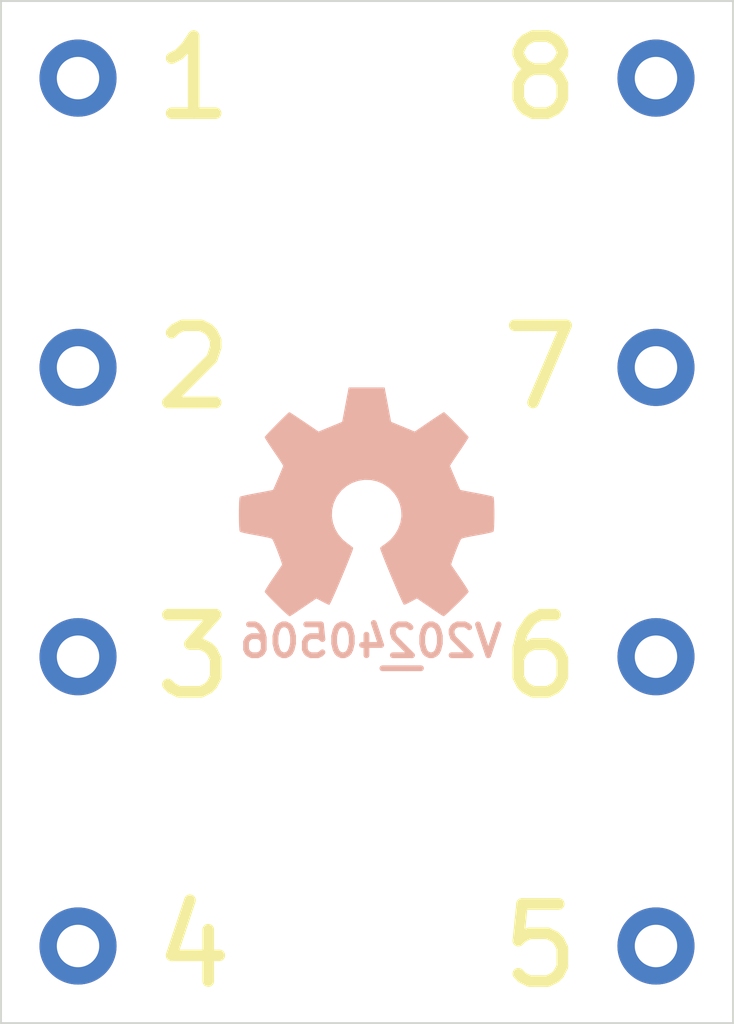
<source format=kicad_pcb>
(kicad_pcb (version 20221018) (generator pcbnew)
  (layers (0 "F.Cu" mixed) (31 "B.Cu" mixed) (34 "B.Paste" user) (35 "F.Paste" user) (36 "B.SilkS" user "B.Silkscreen") (37 "F.SilkS" user "F.Silkscreen") (38 "B.Mask" user) (39 "F.Mask" user) (44 "Edge.Cuts" user))
  (net 0 "")
  (net 1 "Net-(J1-Pin_1)")
  (footprint "mill-max:PC_pin_nail_head_6092" (layer "F.Cu") (at 142.5 62.5)
    (fp_text reference "J1")
    (fp_text value "1" (at 3 0) (layer "F.SilkS") (effects (font (size 2 2) (thickness 0.3))))
    (pad "1" thru_hole circle locked (at 0 0) (size 2 2) (drill 1.1) (layers "*.Cu" "*.Mask") (net 1 "Net-(J1-Pin_1)"))
  )
  (footprint "mill-max:PC_pin_nail_head_6092" (layer "F.Cu") (at 142.5 70)
    (fp_text reference "J2")
    (fp_text value "2" (at 3 0) (layer "F.SilkS") (effects (font (size 2 2) (thickness 0.3))))
    (pad "1" thru_hole circle locked (at 0 0) (size 2 2) (drill 1.1) (layers "*.Cu" "*.Mask") (net 1 "Net-(J1-Pin_1)"))
  )
  (footprint "mill-max:PC_pin_nail_head_6092" (layer "F.Cu") (at 142.5 77.5)
    (fp_text reference "J3")
    (fp_text value "3" (at 3 0) (layer "F.SilkS") (effects (font (size 2 2) (thickness 0.3))))
    (pad "1" thru_hole circle locked (at 0 0) (size 2 2) (drill 1.1) (layers "*.Cu" "*.Mask") (net 1 "Net-(J1-Pin_1)"))
  )
  (footprint "mill-max:PC_pin_nail_head_6092" (layer "F.Cu") (at 157.5 85)
    (fp_text reference "J5")
    (fp_text value "5" (at -3 0) (layer "F.SilkS") (effects (font (size 2 2) (thickness 0.3))))
    (pad "1" thru_hole circle locked (at 0 0) (size 2 2) (drill 1.1) (layers "*.Cu" "*.Mask") (net 1 "Net-(J1-Pin_1)"))
  )
  (footprint "mill-max:PC_pin_nail_head_6092" (layer "F.Cu") (at 157.5 77.5)
    (fp_text reference "J6")
    (fp_text value "6" (at -3 0) (layer "F.SilkS") (effects (font (size 2 2) (thickness 0.3))))
    (pad "1" thru_hole circle locked (at 0 0) (size 2 2) (drill 1.1) (layers "*.Cu" "*.Mask") (net 1 "Net-(J1-Pin_1)"))
  )
  (footprint "mill-max:PC_pin_nail_head_6092" (layer "F.Cu") (at 142.5 85 180)
    (fp_text reference "J4")
    (fp_text value "4" (at -3 0) (layer "F.SilkS") (effects (font (size 2 2) (thickness 0.3))))
    (pad "1" thru_hole circle locked (at 0 0 180) (size 2 2) (drill 1.1) (layers "*.Cu" "*.Mask") (net 1 "Net-(J1-Pin_1)"))
  )
  (footprint "mill-max:PC_pin_nail_head_6092" (layer "F.Cu") (at 157.5 62.5)
    (fp_text reference "J8")
    (fp_text value "8" (at -3 0) (layer "F.SilkS") (effects (font (size 2 2) (thickness 0.3))))
    (pad "1" thru_hole circle locked (at 0 0) (size 2 2) (drill 1.1) (layers "*.Cu" "*.Mask") (net 1 "Net-(J1-Pin_1)"))
  )
  (footprint "mill-max:PC_pin_nail_head_6092" (layer "F.Cu") (at 157.5 70)
    (fp_text reference "J7")
    (fp_text value "7" (at -3 0) (layer "F.SilkS") (effects (font (size 2 2) (thickness 0.3))))
    (pad "1" thru_hole circle locked (at 0 0) (size 2 2) (drill 1.1) (layers "*.Cu" "*.Mask") (net 1 "Net-(J1-Pin_1)"))
  )
  (footprint "Symbol:OSHW-Symbol_6.7x6mm_SilkScreen" (layer "B.Cu") (at 150 73.5 180)
    (fp_text reference "N2" hide)
    (fp_text value "OHWLOGO" hide)
    (fp_poly (pts (xy 0.555814 2.531069) (xy 0.639635 2.086445) (xy 0.94892 1.958947) (xy 1.258206 1.831449) (xy 1.629246 2.083754) (xy 1.733157 2.154004) (xy 1.827087 2.216728) (xy 1.906652 2.269062) (xy 1.96747 2.308143) (xy 2.005157 2.331107) (xy 2.015421 2.336058) (xy 2.03391 2.323324) (xy 2.07342 2.288118) (xy 2.129522 2.234938) (xy 2.197787 2.168282) (xy 2.273786 2.092646) (xy 2.353092 2.012528) (xy 2.431275 1.932426) (xy 2.503907 1.856836) (xy 2.566559 1.790255) (xy 2.614803 1.737182) (xy 2.64421 1.702113) (xy 2.651241 1.690377) (xy 2.641123 1.66874) (xy 2.612759 1.621338) (xy 2.569129 1.552807) (xy 2.513218 1.467785) (xy 2.448006 1.370907) (xy 2.410219 1.31565) (xy 2.341343 1.214752) (xy 2.28014 1.123701) (xy 2.229578 1.04703) (xy 2.192628 0.989272) (xy 2.172258 0.954957) (xy 2.169197 0.947746) (xy 2.176136 0.927252) (xy 2.195051 0.879487) (xy 2.223087 0.811168) (xy 2.257391 0.729011) (xy 2.295109 0.63973) (xy 2.333387 0.550042) (xy 2.36937 0.466662) (xy 2.400206 0.396306) (xy 2.423039 0.34569) (xy 2.435017 0.321529) (xy 2.435724 0.320578) (xy 2.454531 0.315964) (xy 2.504618 0.305672) (xy 2.580793 0.290713) (xy 2.677865 0.272099) (xy 2.790643 0.250841) (xy 2.856442 0.238582) (xy 2.97695 0.215638) (xy 3.085797 0.193805) (xy 3.177476 0.174278) (xy 3.246481 0.158252) (xy 3.287304 0.146921) (xy 3.295511 0.143326) (xy 3.303548 0.118994) (xy 3.310033 0.064041) (xy 3.31497 -0.015108) (xy 3.318364 -0.112026) (xy 3.320218 -0.220287) (xy 3.320538 -0.333465) (xy 3.319327 -0.445135) (xy 3.31659 -0.548868) (xy 3.312331 -0.638241) (xy 3.306555 -0.706826) (xy 3.299267 -0.748197) (xy 3.294895 -0.75681) (xy 3.268764 -0.767133) (xy 3.213393 -0.781892) (xy 3.136107 -0.799352) (xy 3.04423 -0.81778) (xy 3.012158 -0.823741) (xy 2.857524 -0.852066) (xy 2.735375 -0.874876) (xy 2.641673 -0.89308) (xy 2.572384 -0.907583) (xy 2.523471 -0.919292) (xy 2.490897 -0.929115) (xy 2.470628 -0.937956) (xy 2.458626 -0.946724) (xy 2.456947 -0.948457) (xy 2.440184 -0.976371) (xy 2.414614 -1.030695) (xy 2.382788 -1.104777) (xy 2.34726 -1.191965) (xy 2.310583 -1.285608) (xy 2.275311 -1.379052) (xy 2.243996 -1.465647) (xy 2.219193 -1.53874) (xy 2.203454 -1.591678) (xy 2.199332 -1.617811) (xy 2.199676 -1.618726) (xy 2.213641 -1.640086) (xy 2.245322 -1.687084) (xy 2.291391 -1.754827) (xy 2.348518 -1.838423) (xy 2.413373 -1.932982) (xy 2.431843 -1.959854) (xy 2.497699 -2.057275) (xy 2.55565 -2.146163) (xy 2.602538 -2.221412) (xy 2.635207 -2.27792) (xy 2.6505 -2.310581) (xy 2.651241 -2.314593) (xy 2.638392 -2.335684) (xy 2.602888 -2.377464) (xy 2.549293 -2.435445) (xy 2.482171 -2.505135) (xy 2.406087 -2.582045) (xy 2.325604 -2.661683) (xy 2.245287 -2.739561) (xy 2.169699 -2.811186) (xy 2.103405 -2.87207) (xy 2.050969 -2.917721) (xy 2.016955 -2.94365) (xy 2.007545 -2.947883) (xy 1.985643 -2.937912) (xy 1.9408 -2.91102) (xy 1.880321 -2.871736) (xy 1.833789 -2.840117) (xy 1.749475 -2.782098) (xy 1.649626 -2.713784) (xy 1.549473 -2.645579) (xy 1.495627 -2.609075) (xy 1.313371 -2.4858) (xy 1.160381 -2.56852) (xy 1.090682 -2.604759) (xy 1.031414 -2.632926) (xy 0.991311 -2.648991) (xy 0.981103 -2.651226) (xy 0.968829 -2.634722) (xy 0.944613 -2.588082) (xy 0.910263 -2.515609) (xy 0.867588 -2.421606) (xy 0.818394 -2.310374) (xy 0.76449 -2.186215) (xy 0.707684 -2.053432) (xy 0.649782 -1.916327) (xy 0.592593 -1.779202) (xy 0.537924 -1.646358) (xy 0.487584 -1.522098) (xy 0.44338 -1.410725) (xy 0.407119 -1.316539) (xy 0.380609 -1.243844) (xy 0.365658 -1.196941) (xy 0.363254 -1.180833) (xy 0.382311 -1.160286) (xy 0.424036 -1.126933) (xy 0.479706 -1.087702) (xy 0.484378 -1.084599) (xy 0.628264 -0.969423) (xy 0.744283 -0.835053) (xy 0.83143 -0.685784) (xy 0.888699 -0.525913) (xy 0.915086 -0.359737) (xy 0.909585 -0.191552) (xy 0.87119 -0.025655) (xy 0.798895 0.133658) (xy 0.777626 0.168513) (xy 0.666996 0.309263) (xy 0.536302 0.422286) (xy 0.390064 0.506997) (xy 0.232808 0.562806) (xy 0.069057 0.589126) (xy -0.096667 0.58537) (xy -0.259838 0.55095) (xy -0.415935 0.485277) (xy -0.560433 0.387765) (xy -0.605131 0.348187) (xy -0.718888 0.224297) (xy -0.801782 0.093876) (xy -0.858644 -0.052315) (xy -0.890313 -0.197088) (xy -0.898131 -0.35986) (xy -0.872062 -0.52344) (xy -0.814755 -0.682298) (xy -0.728856 -0.830906) (xy -0.617014 -0.963735) (xy -0.481877 -1.075256) (xy -0.464117 -1.087011) (xy -0.40785 -1.125508) (xy -0.365077 -1.158863) (xy -0.344628 -1.18016) (xy -0.344331 -1.180833) (xy -0.348721 -1.203871) (xy -0.366124 -1.256157) (xy -0.394732 -1.33339) (xy -0.432735 -1.431268) (xy -0.478326 -1.545491) (xy -0.529697 -1.671758) (xy -0.585038 -1.805767) (xy -0.642542 -1.943218) (xy -0.700399 -2.079808) (xy -0.756802 -2.211237) (xy -0.809942 -2.333205) (xy -0.85801 -2.441409) (xy -0.899199 -2.531549) (xy -0.931699 -2.599323) (xy -0.953703 -2.64043) (xy -0.962564 -2.651226) (xy -0.98964 -2.642819) (xy -1.040303 -2.620272) (xy -1.105817 -2.587613) (xy -1.141841 -2.56852) (xy -1.294832 -2.4858) (xy -1.477088 -2.609075) (xy -1.570125 -2.672228) (xy -1.671985 -2.741727) (xy -1.767438 -2.807165) (xy -1.81525 -2.840117) (xy -1.882495 -2.885273) (xy -1.939436 -2.921057) (xy -1.978646 -2.942938) (xy -1.991381 -2.947563) (xy -2.009917 -2.935085) (xy -2.050941 -2.900252) (xy -2.110475 -2.846678) (xy -2.184542 -2.777983) (xy -2.269165 -2.697781) (xy -2.322685 -2.646286) (xy -2.416319 -2.554286) (xy -2.497241 -2.471999) (xy -2.562177 -2.402945) (xy -2.607858 -2.350644) (xy -2.631011 -2.318616) (xy -2.633232 -2.312116) (xy -2.622924 -2.287394) (xy -2.594439 -2.237405) (xy -2.550937 -2.167212) (xy -2.495577 -2.081875) (xy -2.43152 -1.986456) (xy -2.413303 -1.959854) (xy -2.346927 -1.863167) (xy -2.287378 -1.776117) (xy -2.237984 -1.703595) (xy -2.202075 -1.650493) (xy -2.182981 -1.621703) (xy -2.181136 -1.618726) (xy -2.183895 -1.595782) (xy -2.198538 -1.545336) (xy -2.222513 -1.474041) (xy -2.253266 -1.388547) (xy -2.288244 -1.295507) (xy -2.324893 -1.201574) (xy -2.360661 -1.113399) (xy -2.392994 -1.037634) (xy -2.419338 -0.980931) (xy -2.437142 -0.949943) (xy -2.438407 -0.948457) (xy -2.449294 -0.939601) (xy -2.467682 -0.930843) (xy -2.497606 -0.921277) (xy -2.543103 -0.909996) (xy -2.608209 -0.896093) (xy -2.696961 -0.878663) (xy -2.813393 -0.856798) (xy -2.961542 -0.829591) (xy -2.993618 -0.823741) (xy -3.088686 -0.805374) (xy -3.171565 -0.787405) (xy -3.23493 -0.771569) (xy -3.271458 -0.7596) (xy -3.276356 -0.75681) (xy -3.284427 -0.732072) (xy -3.290987 -0.67679) (xy -3.296033 -0.597389) (xy -3.299559 -0.500296) (xy -3.301561 -0.391938) (xy -3.302036 -0.27874) (xy -3.300977 -0.167128) (xy -3.298382 -0.063529) (xy -3.294246 0.025632) (xy -3.288563 0.093928) (xy -3.281331 0.134934) (xy -3.276971 0.143326) (xy -3.252698 0.151792) (xy -3.197426 0.165565) (xy -3.116662 0.18345) (xy -3.015912 0.204252) (xy -2.900683 0.226777) (xy -2.837902 0.238582) (xy -2.718787 0.260849) (xy -2.612565 0.281021) (xy -2.524427 0.298085) (xy -2.459566 0.311031) (xy -2.423174 0.318845) (xy -2.417184 0.320578) (xy -2.407061 0.34011) (xy -2.385662 0.387157) (xy -2.355839 0.454997) (xy -2.320445 0.536909) (xy -2.282332 0.626172) (xy -2.244353 0.716065) (xy -2.20936 0.799865) (xy -2.180206 0.870853) (xy -2.159743 0.922306) (xy -2.150823 0.947503) (xy -2.150657 0.948604) (xy -2.160769 0.968481) (xy -2.189117 1.014223) (xy -2.232723 1.081283) (xy -2.288606 1.165116) (xy -2.353787 1.261174) (xy -2.391679 1.31635) (xy -2.460725 1.417519) (xy -2.52205 1.50937) (xy -2.572663 1.587256) (xy -2.609571 1.646531) (xy -2.629782 1.682549) (xy -2.632701 1.690623) (xy -2.620153 1.709416) (xy -2.585463 1.749543) (xy -2.533063 1.806507) (xy -2.467384 1.875815) (xy -2.392856 1.952969) (xy -2.313913 2.033475) (xy -2.234983 2.112837) (xy -2.1605 2.18656) (xy -2.094894 2.250148) (xy -2.042596 2.299106) (xy -2.008039 2.328939) (xy -1.996478 2.336058) (xy -1.977654 2.326047) (xy -1.932631 2.297922) (xy -1.865787 2.254546) (xy -1.781499 2.198782) (xy -1.684144 2.133494) (xy -1.610707 2.083754) (xy -1.239667 1.831449) (xy -0.621095 2.086445) (xy -0.537275 2.531069) (xy -0.453454 2.975693) (xy 0.471994 2.975693) (xy 0.555814 2.531069)) (stroke (width 0.01)) (fill solid) (layer "B.SilkS"))
  )
  (footprint "SquantorLabels:Label_Generic" (layer "B.Cu") (at 150.9 77.2 180)
    (fp_text reference "N1" hide)
    (fp_text value "V20240506" (at 0.8 0.1) (layer "B.SilkS") (effects (font (size 0.8 0.8)) (justify mirror)))
    (fp_line (start -0.5 -0.6) (end 0.5 -0.6) (stroke (width 0.15)) (layer "B.SilkS"))
  )
  (gr_line (start 140.5 87) (end 159.5 87) (stroke (width 0.05)) (layer "Edge.Cuts"))
  (gr_line (start 159.5 60.5) (end 159.5 87) (stroke (width 0.05)) (layer "Edge.Cuts"))
  (gr_line (start 159.5 60.5) (end 140.5 60.5) (stroke (width 0.05)) (layer "Edge.Cuts"))
  (gr_line (start 140.5 87) (end 140.5 60.5) (stroke (width 0.05)) (layer "Edge.Cuts"))
)
</source>
